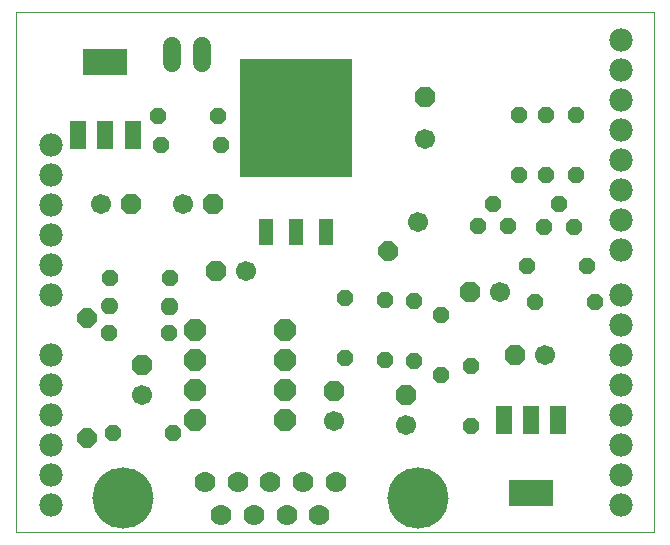
<source format=gbs>
G75*
%MOIN*%
%OFA0B0*%
%FSLAX25Y25*%
%IPPOS*%
%LPD*%
%AMOC8*
5,1,8,0,0,1.08239X$1,22.5*
%
%ADD10C,0.00000*%
%ADD11C,0.01340*%
%ADD12C,0.06700*%
%ADD13OC8,0.06700*%
%ADD14OC8,0.07200*%
%ADD15C,0.07800*%
%ADD16C,0.07000*%
%ADD17C,0.20400*%
%ADD18OC8,0.05600*%
%ADD19C,0.01120*%
%ADD20R,0.05200X0.09200*%
%ADD21R,0.14573X0.09061*%
%ADD22R,0.04600X0.08900*%
%ADD23R,0.37802X0.39770*%
%ADD24C,0.06000*%
%ADD25OC8,0.06400*%
D10*
X0173228Y0070866D02*
X0173228Y0244094D01*
X0385827Y0244094D01*
X0385827Y0070866D01*
X0173228Y0070866D01*
D11*
X0295185Y0164047D02*
X0294515Y0163377D01*
X0294522Y0165596D01*
X0296098Y0167160D01*
X0298317Y0167153D01*
X0299881Y0165577D01*
X0299874Y0163358D01*
X0298298Y0161794D01*
X0296079Y0161801D01*
X0294515Y0163377D01*
X0295522Y0163789D01*
X0295527Y0165177D01*
X0296510Y0166153D01*
X0297898Y0166148D01*
X0298874Y0165165D01*
X0298869Y0163777D01*
X0297886Y0162801D01*
X0296498Y0162806D01*
X0295522Y0163789D01*
X0296528Y0164202D01*
X0296530Y0164757D01*
X0296923Y0165147D01*
X0297478Y0165145D01*
X0297868Y0164752D01*
X0297866Y0164197D01*
X0297473Y0163807D01*
X0296918Y0163809D01*
X0296528Y0164202D01*
D12*
X0307132Y0174342D03*
X0309567Y0201780D03*
X0334567Y0151024D03*
X0349488Y0129921D03*
X0303268Y0106535D03*
X0279173Y0107992D03*
X0249764Y0157874D03*
X0228819Y0180197D03*
X0201732Y0180197D03*
X0215236Y0116378D03*
D13*
X0215236Y0126378D03*
X0239764Y0157874D03*
X0238819Y0180197D03*
X0211732Y0180197D03*
X0279173Y0117992D03*
X0303268Y0116535D03*
X0324567Y0151024D03*
X0339488Y0129921D03*
X0309567Y0215780D03*
D14*
X0262756Y0138307D03*
X0262756Y0128307D03*
X0262756Y0118307D03*
X0262756Y0108307D03*
X0232756Y0108307D03*
X0232756Y0118307D03*
X0232756Y0128307D03*
X0232756Y0138307D03*
D15*
X0185000Y0130000D03*
X0185000Y0120000D03*
X0185000Y0110000D03*
X0185000Y0100000D03*
X0185000Y0090000D03*
X0185000Y0080000D03*
X0185000Y0150000D03*
X0185000Y0160000D03*
X0185000Y0170000D03*
X0185000Y0180000D03*
X0185000Y0190000D03*
X0185000Y0200000D03*
X0375000Y0195000D03*
X0375000Y0205000D03*
X0375000Y0215000D03*
X0375000Y0225000D03*
X0375000Y0235000D03*
X0375000Y0185000D03*
X0375000Y0175000D03*
X0375000Y0165000D03*
X0375000Y0150000D03*
X0375000Y0140000D03*
X0375000Y0130000D03*
X0375000Y0120000D03*
X0375000Y0110000D03*
X0375000Y0100000D03*
X0375000Y0090000D03*
X0375000Y0080000D03*
D16*
X0279843Y0087677D03*
X0268937Y0087677D03*
X0258031Y0087677D03*
X0247126Y0087677D03*
X0236220Y0087677D03*
X0241673Y0076496D03*
X0252579Y0076496D03*
X0263484Y0076496D03*
X0274390Y0076496D03*
D17*
X0307224Y0082087D03*
X0208839Y0082087D03*
D18*
X0205591Y0103701D03*
X0225591Y0103701D03*
X0224252Y0137165D03*
X0224567Y0155512D03*
X0204567Y0155512D03*
X0204252Y0137165D03*
X0221417Y0199803D03*
X0220709Y0209606D03*
X0240709Y0209606D03*
X0241417Y0199803D03*
X0282835Y0148819D03*
X0296220Y0148110D03*
X0305748Y0148031D03*
X0314921Y0143110D03*
X0305748Y0128031D03*
X0296220Y0128110D03*
X0282835Y0128819D03*
X0314921Y0123110D03*
X0324803Y0126142D03*
X0324803Y0106142D03*
X0346299Y0147638D03*
X0343661Y0159685D03*
X0349291Y0172677D03*
X0354291Y0180177D03*
X0359291Y0172677D03*
X0363661Y0159685D03*
X0366299Y0147638D03*
X0337126Y0172717D03*
X0332126Y0180217D03*
X0327126Y0172717D03*
X0340748Y0190000D03*
X0349843Y0190000D03*
X0360000Y0190000D03*
X0360000Y0210000D03*
X0349843Y0210000D03*
X0340748Y0210000D03*
D19*
X0225928Y0145890D02*
X0226488Y0145330D01*
X0225171Y0144021D01*
X0223318Y0144028D01*
X0222009Y0145345D01*
X0222016Y0147198D01*
X0223333Y0148507D01*
X0225186Y0148500D01*
X0226495Y0147183D01*
X0226488Y0145330D01*
X0225649Y0145681D01*
X0224826Y0144862D01*
X0223669Y0144867D01*
X0222850Y0145690D01*
X0222855Y0146847D01*
X0223678Y0147666D01*
X0224835Y0147661D01*
X0225654Y0146838D01*
X0225649Y0145681D01*
X0224811Y0146032D01*
X0224481Y0145704D01*
X0224020Y0145705D01*
X0223692Y0146035D01*
X0223693Y0146496D01*
X0224023Y0146824D01*
X0224484Y0146823D01*
X0224812Y0146493D01*
X0224811Y0146032D01*
X0205928Y0145960D02*
X0206488Y0145400D01*
X0205171Y0144091D01*
X0203318Y0144098D01*
X0202009Y0145415D01*
X0202016Y0147268D01*
X0203333Y0148577D01*
X0205186Y0148570D01*
X0206495Y0147253D01*
X0206488Y0145400D01*
X0205649Y0145751D01*
X0204826Y0144932D01*
X0203669Y0144937D01*
X0202850Y0145760D01*
X0202855Y0146917D01*
X0203678Y0147736D01*
X0204835Y0147731D01*
X0205654Y0146908D01*
X0205649Y0145751D01*
X0204811Y0146102D01*
X0204481Y0145774D01*
X0204020Y0145775D01*
X0203692Y0146105D01*
X0203693Y0146566D01*
X0204023Y0146894D01*
X0204484Y0146893D01*
X0204812Y0146563D01*
X0204811Y0146102D01*
D20*
X0202992Y0203076D03*
X0193892Y0203076D03*
X0212092Y0203076D03*
X0335782Y0108263D03*
X0344882Y0108263D03*
X0353982Y0108263D03*
D21*
X0344882Y0083862D03*
X0202992Y0227476D03*
D22*
X0256693Y0170940D03*
X0266693Y0170940D03*
X0276693Y0170940D03*
D23*
X0266693Y0208740D03*
D24*
X0235315Y0227121D02*
X0235315Y0232721D01*
X0225315Y0232721D02*
X0225315Y0227121D01*
D25*
X0196850Y0142047D03*
X0196850Y0102047D03*
M02*

</source>
